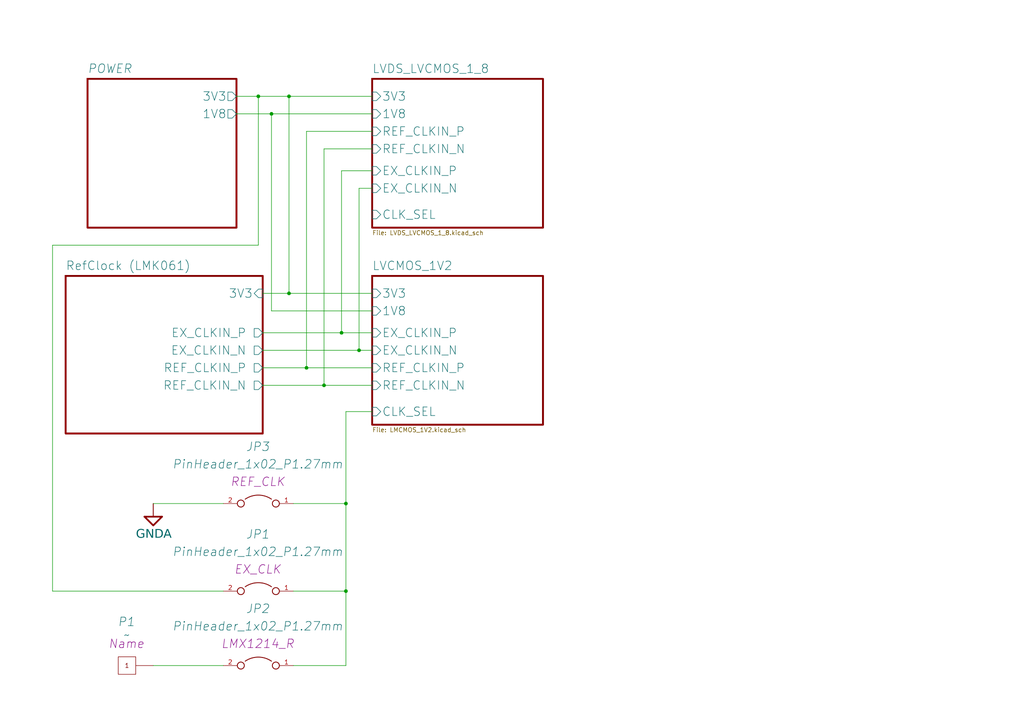
<source format=kicad_sch>
(kicad_sch (version 20250114) (generator "eeschema") (generator_version "9.0")
  (paper "A4")
  (lib_symbols
    (symbol "GOST_symbols:Connector_1pin" (pin_numbers (hide yes)) (pin_names (offset 0.0254) (hide yes))
      (property "Reference" "X" (at -2.54 5.08 0))
      (property "Value" "~" (at 0 5.08 0))
      (property "Name" "Name" (at 0 -5.08 0))
      (symbol "Connector_1pin_0_0"
        (polyline (pts (xy -2.54 2.54) (xy 2.54 2.54) (xy 2.54 -2.54) (xy -2.54 -2.54) (xy -2.54 2.54)))
        (text "1" (at 0 0 0) (effects (font (size 1.27 1.27))))
      )
      (symbol "Connector_1pin_1_1"
        (pin passive line (at -7.62 0 0) (length 5.08) (name "1") (number "1"))
      )
    )
    (symbol "GOST_symbols:GNDA" (power) (pin_names (offset 0) (hide yes))
      (property "Value" "GNDA" (at 0 -6.985 0))
      (symbol "GNDA_1_1"
        (polyline (pts (xy 0 1.27) (xy 0 -2.54)) (stroke (width 0.25)))
        (polyline (pts (xy 0 -2.54) (xy -2.54 -2.54)) (stroke (width 0.5)))
        (polyline (pts (xy 0 -2.54) (xy 2.54 -2.54)) (stroke (width 0.5)))
        (polyline (pts (xy 2.54 -2.54) (xy 0 -5.08) (xy -2.54 -2.54)) (stroke (width 0.5)))
        (pin power_in line (at 0 1.27 270) (length 0) (hide yes) (name "GNDA") (number "1"))
      )
    )
    (symbol "GOST_symbols:Jumper_2_Open" (pin_names (offset 0) (hide yes))
      (property "Reference" "JP" (at 0 7.62 0))
      (property "Value" "PinHeader 2x1 2.54mm Vertical" (at 0 3.81 0))
      (property "Name" "Name" (at 0 -2.54 0))
      (symbol "Jumper_2_Open_1_0"
        (circle (center -5.08 0) (radius 1.016) (stroke (width 0.25)))
        (circle (center 5.08 0) (radius 1.016) (stroke (width 0.25)))
      )
      (symbol "Jumper_2_Open_1_1"
        (arc (start -3.81 1.27) (mid 0 2.4453) (end 3.81 1.27) (stroke (width 0.25)))
        (pin passive line (at -10.16 0 0) (length 4) (name "A") (number "1"))
        (pin passive line (at 10.16 0 180) (length 4) (name "B") (number "2"))
      )
    )
  )
  (junction (at 93.98 111.76))
  (junction (at 83.82 27.94))
  (junction (at 99.06 96.52))
  (junction (at 100.33 146.05))
  (junction (at 83.82 85.09))
  (junction (at 100.33 171.45))
  (junction (at 104.14 101.6))
  (junction (at 78.74 33.02))
  (junction (at 88.9 106.68))
  (junction (at 74.93 27.94))
  (wire (pts (xy 83.82 85.09) (xy 107.95 85.09)))
  (wire (pts (xy 74.93 71.12) (xy 15.24 71.12)))
  (wire (pts (xy 107.95 49.53) (xy 99.06 49.53)))
  (wire (pts (xy 100.33 146.05) (xy 85.09 146.05)))
  (wire (pts (xy 107.95 43.18) (xy 93.98 43.18)))
  (wire (pts (xy 83.82 27.94) (xy 83.82 85.09)))
  (wire (pts (xy 76.2 101.6) (xy 104.14 101.6)))
  (wire (pts (xy 100.33 193.04) (xy 85.09 193.04)))
  (wire (pts (xy 44.45 193.04) (xy 64.77 193.04)))
  (wire (pts (xy 107.95 38.1) (xy 88.9 38.1)))
  (wire (pts (xy 100.33 171.45) (xy 100.33 193.04)))
  (wire (pts (xy 83.82 27.94) (xy 107.95 27.94)))
  (wire (pts (xy 99.06 96.52) (xy 107.95 96.52)))
  (wire (pts (xy 68.58 27.94) (xy 74.93 27.94)))
  (wire (pts (xy 68.58 33.02) (xy 78.74 33.02)))
  (wire (pts (xy 100.33 146.05) (xy 100.33 171.45)))
  (wire (pts (xy 76.2 85.09) (xy 83.82 85.09)))
  (wire (pts (xy 74.93 27.94) (xy 83.82 27.94)))
  (wire (pts (xy 93.98 43.18) (xy 93.98 111.76)))
  (wire (pts (xy 104.14 54.61) (xy 104.14 101.6)))
  (wire (pts (xy 76.2 111.76) (xy 93.98 111.76)))
  (wire (pts (xy 100.33 119.38) (xy 100.33 146.05)))
  (wire (pts (xy 76.2 96.52) (xy 99.06 96.52)))
  (wire (pts (xy 99.06 49.53) (xy 99.06 96.52)))
  (wire (pts (xy 78.74 90.17) (xy 107.95 90.17)))
  (wire (pts (xy 104.14 101.6) (xy 107.95 101.6)))
  (wire (pts (xy 15.24 71.12) (xy 15.24 171.45)))
  (wire (pts (xy 15.24 171.45) (xy 64.77 171.45)))
  (wire (pts (xy 76.2 106.68) (xy 88.9 106.68)))
  (wire (pts (xy 74.93 27.94) (xy 74.93 71.12)))
  (wire (pts (xy 93.98 111.76) (xy 107.95 111.76)))
  (wire (pts (xy 88.9 106.68) (xy 107.95 106.68)))
  (wire (pts (xy 88.9 38.1) (xy 88.9 106.68)))
  (wire (pts (xy 100.33 171.45) (xy 85.09 171.45)))
  (wire (pts (xy 78.74 33.02) (xy 78.74 90.17)))
  (wire (pts (xy 78.74 33.02) (xy 107.95 33.02)))
  (wire (pts (xy 100.33 119.38) (xy 107.95 119.38)))
  (wire (pts (xy 107.95 54.61) (xy 104.14 54.61)))
  (wire (pts (xy 44.45 146.05) (xy 64.77 146.05)))
  (symbol (lib_id "GOST_symbols:Jumper_2_Open") (at 74.93 193.04 0) (mirror y) (unit 1)
    (property "Reference" "JP2" (at 74.93 176.53 0) (effects (font (size 2.5 2.5) (italic yes))))
    (property "Value" "PinHeader_1x02_P1.27mm" (at 74.93 181.61 0) (effects (font (size 2.5 2.5) (italic yes))))
    (property "Footprint" "Connector_PinHeader_1.27mm:PinHeader_1x02_P1.27mm_Vertical" (effects (hide yes)))
    (property "Name" "LMX1214_R" (at 74.93 186.69 0) (effects (font (size 2.4892 2.4892) (italic yes))))
    (property "Type" "Джампер {Джамперы}" (effects (hide yes)))
  )
  (symbol (lib_id "GOST_symbols:Jumper_2_Open") (at 74.93 146.05 0) (mirror y) (unit 1)
    (property "Reference" "JP3" (at 74.93 129.54 0) (effects (font (size 2.5 2.5) (italic yes))))
    (property "Value" "PinHeader_1x02_P1.27mm" (at 74.93 134.62 0) (effects (font (size 2.5 2.5) (italic yes))))
    (property "Footprint" "Connector_PinHeader_1.27mm:PinHeader_1x02_P1.27mm_Vertical" (effects (hide yes)))
    (property "Name" "REF_CLK" (at 74.93 139.7 0) (effects (font (size 2.4892 2.4892) (italic yes))))
    (property "Type" "Джампер {Джамперы}" (effects (hide yes)))
  )
  (symbol (lib_id "GOST_symbols:Connector_1pin") (at 36.83 193.04 180) (unit 1)
    (property "Reference" "P1" (at 36.83 180.34 0) (effects (font (size 2.5 2.5) (italic yes))))
    (property "Value" "~" (at 36.83 184.15 0) (effects (font (size 2.5 2.5) (italic yes))))
    (property "Footprint" "Connector_PinHeader_1.00mm:PinHeader_1x01_P1.00mm_Vertical" (effects (hide yes)))
    (property "Name" "Name" (at 36.83 186.69 0) (effects (font (size 2.4892 2.4892) (italic yes))))
    (property "Type" "Разъём {Разъёмы}" (effects (hide yes)))
  )
  (symbol (lib_id "GOST_symbols:GNDA") (at 44.45 147.32 0) (unit 1)
    (property "Reference" "#PWR0176" (effects (hide yes)))
    (property "Value" "GNDA" (at 44.45 154.94 0) (effects (font (size 2.5 2.5) (italic yes))))
  )
  (symbol (lib_id "GOST_symbols:Jumper_2_Open") (at 74.93 171.45 0) (mirror y) (unit 1)
    (property "Reference" "JP1" (at 74.93 154.94 0) (effects (font (size 2.5 2.5) (italic yes))))
    (property "Value" "PinHeader_1x02_P1.27mm" (at 74.93 160.02 0) (effects (font (size 2.5 2.5) (italic yes))))
    (property "Footprint" "Connector_PinHeader_1.27mm:PinHeader_1x02_P1.27mm_Vertical" (effects (hide yes)))
    (property "Name" "EX_CLK" (at 74.93 165.1 0) (effects (font (size 2.4892 2.4892) (italic yes))))
    (property "Type" "Джампер {Джамперы}" (effects (hide yes)))
  )
  (sheet (at 107.95 80.01) (size 49.53 43.18) (stroke (width 0.5))
    (property "Sheetname" "LVCMOS_1V2" (at 107.95 78.5196 0) (effects (font (size 2.48 2.48)) (justify left bottom)))
    (property "Sheetfile" "LMCMOS_1V2.kicad_sch" (at 107.95 123.9484 0) (effects (justify left top)))
    (pin "CLK_SEL" input (at 107.95 119.38 180) (effects (font (size 2.48 2.48))))
    (pin "3V3" input (at 107.95 85.09 180) (effects (font (size 2.48 2.48))))
    (pin "1V8" input (at 107.95 90.17 180) (effects (font (size 2.48 2.48))))
    (pin "EX_CLKIN_P " input (at 107.95 96.52 180) (effects (font (size 2.48 2.48))))
    (pin "REF_CLKIN_P " input (at 107.95 106.68 180) (effects (font (size 2.48 2.48))))
    (pin "EX_CLKIN_N " input (at 107.95 101.6 180) (effects (font (size 2.48 2.48))))
    (pin "REF_CLKIN_N " input (at 107.95 111.76 180) (effects (font (size 2.48 2.48))))
  )
  (sheet (at 19.05 80.01) (size 57.15 45.72) (stroke (width 0.5))
    (property "Sheetname" "RefClock (LMK061)" (at 19.05 78.5096 0) (effects (font (size 2.5 2.5)) (justify left bottom)))
    (property "Sheetfile" "RefClock.kicad_sch" (effects (hide yes)))
    (pin "3V3" input (at 76.2 85.09 0) (effects (font (size 2.48 2.48))))
    (pin "EX_CLKIN_P " output (at 76.2 96.52 0) (effects (font (size 2.48 2.48))))
    (pin "REF_CLKIN_N " output (at 76.2 111.76 0) (effects (font (size 2.48 2.48))))
    (pin "REF_CLKIN_P " output (at 76.2 106.68 0) (effects (font (size 2.48 2.48))))
    (pin "EX_CLKIN_N " output (at 76.2 101.6 0) (effects (font (size 2.48 2.48))))
  )
  (sheet (at 107.95 22.86) (size 49.53 43.18) (stroke (width 0.5))
    (property "Sheetname" "LVDS_LVCMOS_1_8" (at 107.95 21.3696 0) (effects (font (size 2.48 2.48)) (justify left bottom)))
    (property "Sheetfile" "LVDS_LVCMOS_1_8.kicad_sch" (at 107.95 66.7984 0) (effects (justify left top)))
    (pin "CLK_SEL" input (at 107.95 62.23 180) (effects (font (size 2.48 2.48))))
    (pin "3V3" input (at 107.95 27.94 180) (effects (font (size 2.48 2.48))))
    (pin "1V8" input (at 107.95 33.02 180) (effects (font (size 2.48 2.48))))
    (pin "REF_CLKIN_P " input (at 107.95 38.1 180) (effects (font (size 2.48 2.48))))
    (pin "EX_CLKIN_P " input (at 107.95 49.53 180) (effects (font (size 2.48 2.48))))
    (pin "EX_CLKIN_N " input (at 107.95 54.61 180) (effects (font (size 2.48 2.48))))
    (pin "REF_CLKIN_N " input (at 107.95 43.18 180) (effects (font (size 2.48 2.48))))
  )
  (sheet (at 25.4 22.86) (size 43.18 43.18) (stroke (width 0.5))
    (property "Sheetname" "POWER" (at 25.4 21.3596 0) (effects (font (size 2.5 2.5) (italic yes)) (justify left bottom)))
    (property "Sheetfile" "Power.kicad_sch" (effects (hide yes)))
    (pin "1V8" output (at 68.58 33.02 0) (effects (font (size 2.48 2.48))))
    (pin "3V3" output (at 68.58 27.94 0) (effects (font (size 2.48 2.48))))
  )
)
</source>
